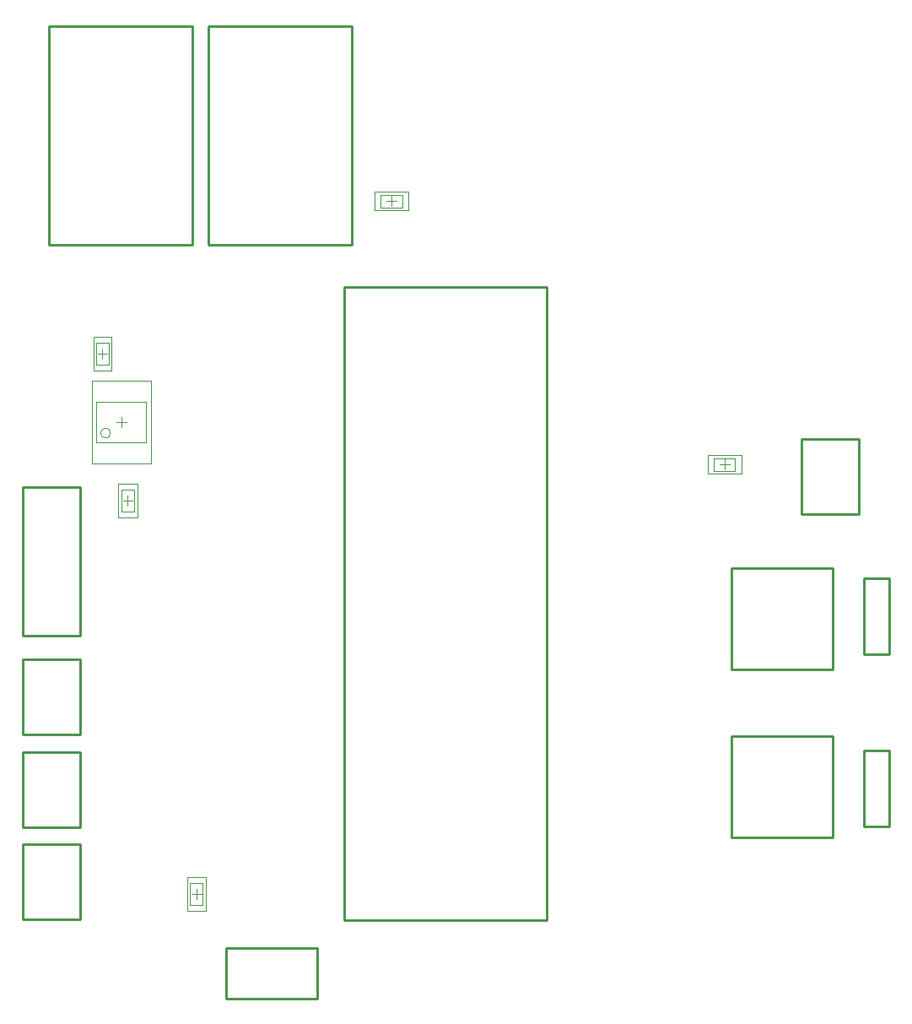
<source format=gm1>
G04*
G04 #@! TF.GenerationSoftware,Altium Limited,Altium Designer,19.1.8 (144)*
G04*
G04 Layer_Color=16711935*
%FSLAX25Y25*%
%MOIN*%
G70*
G01*
G75*
%ADD12C,0.01000*%
%ADD14C,0.00394*%
%ADD15C,0.00197*%
D12*
X142661Y33841D02*
Y283841D01*
Y33841D02*
X222661D01*
Y283841D01*
X142661D02*
X222661D01*
X323602Y223998D02*
X345602D01*
X345988Y194353D02*
Y223998D01*
X323350Y194353D02*
X345988D01*
X323350D02*
Y223998D01*
X15811Y146087D02*
X38252D01*
X15614Y146283D02*
X15811Y146087D01*
X15614Y146283D02*
Y204748D01*
X38252D01*
Y146087D02*
Y204748D01*
X28606Y146087D02*
X38252D01*
Y70493D02*
Y100138D01*
X15614D02*
X38252D01*
X15614Y70493D02*
Y100138D01*
X16000Y70493D02*
X38000D01*
X348000Y71000D02*
Y101001D01*
X358000D01*
Y71000D02*
Y101001D01*
X348000Y71000D02*
X358000D01*
X348000Y139000D02*
Y169001D01*
X358000D01*
Y139000D02*
Y169001D01*
X348000Y139000D02*
X358000D01*
X295500Y66500D02*
Y106500D01*
X335500D01*
Y66500D02*
Y106500D01*
X295500Y66500D02*
X335500D01*
X295500Y133000D02*
Y173000D01*
X335500D01*
Y133000D02*
Y173000D01*
X295500Y133000D02*
X335500D01*
X16000Y34335D02*
X38000D01*
X15614D02*
Y63980D01*
X38252D01*
Y34335D02*
Y63980D01*
X16000Y107169D02*
X38000D01*
X15614D02*
Y136815D01*
X38252D01*
Y107169D02*
Y136815D01*
X95803Y2996D02*
X131803D01*
Y22996D01*
X95803D02*
X131803D01*
X95803Y2996D02*
Y22996D01*
X145500Y343000D02*
Y387000D01*
X89000D02*
X145500D01*
X89000Y300500D02*
Y387000D01*
Y300500D02*
X145500D01*
Y343500D01*
X82500Y300500D02*
Y343500D01*
X26000Y300500D02*
X82500D01*
X26000D02*
Y387000D01*
X82500D01*
Y343000D02*
Y387000D01*
D14*
X50185Y226205D02*
G03*
X50185Y226205I-1969J0D01*
G01*
X44536Y261715D02*
X49496D01*
X44536Y253250D02*
X49496D01*
Y261715D01*
X44536Y253250D02*
Y261715D01*
X64359Y222661D02*
Y238409D01*
X44674Y222661D02*
Y238409D01*
X64359D01*
X44674Y222661D02*
X64359D01*
X54536Y195268D02*
Y203732D01*
X59496Y195268D02*
Y203732D01*
X54536Y195268D02*
X59496D01*
X54536Y203732D02*
X59496D01*
X156968Y315360D02*
Y320321D01*
X165433Y315360D02*
Y320321D01*
X156968D02*
X165433D01*
X156968Y315360D02*
X165433D01*
X288547Y216264D02*
X297012D01*
X288547Y211303D02*
X297012D01*
X288547D02*
Y216264D01*
X297012Y211303D02*
Y216264D01*
X86598Y39965D02*
Y48429D01*
X81638Y39965D02*
Y48429D01*
X86598D01*
X81638Y39965D02*
X86598D01*
X47016Y255514D02*
Y259451D01*
X45048Y257483D02*
X48985D01*
X52548Y230535D02*
X56485D01*
X54516Y228567D02*
Y232504D01*
X55048Y199500D02*
X58985D01*
X57016Y197531D02*
Y201468D01*
X159232Y317841D02*
X163169D01*
X161200Y315872D02*
Y319809D01*
X292779Y211815D02*
Y215752D01*
X290811Y213784D02*
X294748D01*
X82150Y44197D02*
X86087D01*
X84118Y42228D02*
Y46165D01*
D15*
X43473Y264176D02*
X50559D01*
X43473Y250790D02*
X50559D01*
Y264176D01*
X43473Y250790D02*
Y264176D01*
X66327Y214197D02*
Y246874D01*
X42705Y214197D02*
Y246874D01*
X66327D01*
X42705Y214197D02*
X66327D01*
X53276Y192807D02*
Y206193D01*
X60756Y192807D02*
Y206193D01*
X53276Y192807D02*
X60756D01*
X53276Y206193D02*
X60756D01*
X154507Y314298D02*
Y321384D01*
X167893Y314298D02*
Y321384D01*
X154507D02*
X167893D01*
X154507Y314298D02*
X167893D01*
X286087Y217524D02*
X299472D01*
X286087Y210043D02*
X299472D01*
X286087D02*
Y217524D01*
X299472Y210043D02*
Y217524D01*
X87858Y37504D02*
Y50890D01*
X80378Y37504D02*
Y50890D01*
X87858D01*
X80378Y37504D02*
X87858D01*
M02*

</source>
